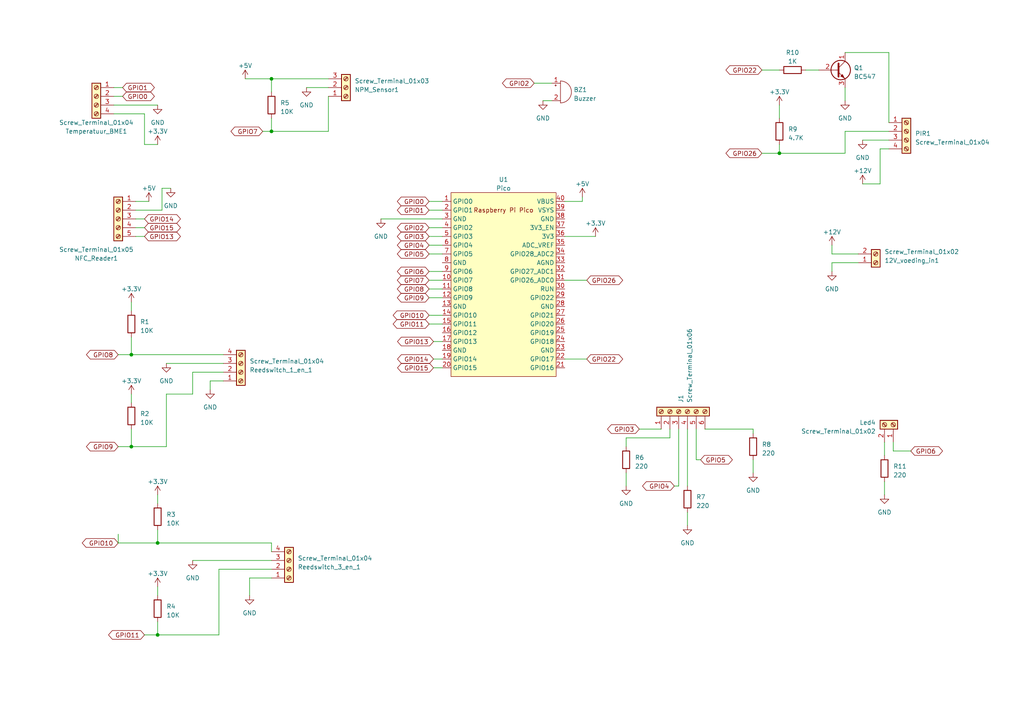
<source format=kicad_sch>
(kicad_sch (version 20230121) (generator eeschema)
  (paper "A4")
  (lib_symbols
    (symbol "Connector:Screw_Terminal_01x02" (pin_names (offset 1.016) hide)
      (property "Reference" "J" (at 0 2.54 0))
      (property "Value" "Screw_Terminal_01x02" (at 0 -5.08 0))
      (symbol "Screw_Terminal_01x02_1_1"
        (rectangle (start -1.27 1.27) (end 1.27 -3.81) (stroke (width 0.254)) (fill (type background)))
        (circle (center 0 -2.54) (radius 0.635) (stroke (width 0.1524)))
        (polyline (pts (xy -0.5334 -2.2098) (xy 0.3302 -3.048)) (stroke (width 0.1524)))
        (polyline (pts (xy -0.5334 0.3302) (xy 0.3302 -0.508)) (stroke (width 0.1524)))
        (polyline (pts (xy -0.3556 -2.032) (xy 0.508 -2.8702)) (stroke (width 0.1524)))
        (polyline (pts (xy -0.3556 0.508) (xy 0.508 -0.3302)) (stroke (width 0.1524)))
        (circle (center 0 0) (radius 0.635) (stroke (width 0.1524)))
        (pin passive line (at -5.08 0 0) (length 3.81) (name "Pin_1") (number "1"))
        (pin passive line (at -5.08 -2.54 0) (length 3.81) (name "Pin_2") (number "2"))
      )
    )
    (symbol "Connector:Screw_Terminal_01x03" (pin_names (offset 1.016) hide)
      (property "Reference" "J" (at 0 5.08 0))
      (property "Value" "Screw_Terminal_01x03" (at 0 -5.08 0))
      (symbol "Screw_Terminal_01x03_1_1"
        (rectangle (start -1.27 3.81) (end 1.27 -3.81) (stroke (width 0.254)) (fill (type background)))
        (circle (center 0 -2.54) (radius 0.635) (stroke (width 0.1524)))
        (polyline (pts (xy -0.5334 -2.2098) (xy 0.3302 -3.048)) (stroke (width 0.1524)))
        (polyline (pts (xy -0.5334 0.3302) (xy 0.3302 -0.508)) (stroke (width 0.1524)))
        (polyline (pts (xy -0.5334 2.8702) (xy 0.3302 2.032)) (stroke (width 0.1524)))
        (polyline (pts (xy -0.3556 -2.032) (xy 0.508 -2.8702)) (stroke (width 0.1524)))
        (polyline (pts (xy -0.3556 0.508) (xy 0.508 -0.3302)) (stroke (width 0.1524)))
        (polyline (pts (xy -0.3556 3.048) (xy 0.508 2.2098)) (stroke (width 0.1524)))
        (circle (center 0 0) (radius 0.635) (stroke (width 0.1524)))
        (circle (center 0 2.54) (radius 0.635) (stroke (width 0.1524)))
        (pin passive line (at -5.08 2.54 0) (length 3.81) (name "Pin_1") (number "1"))
        (pin passive line (at -5.08 0 0) (length 3.81) (name "Pin_2") (number "2"))
        (pin passive line (at -5.08 -2.54 0) (length 3.81) (name "Pin_3") (number "3"))
      )
    )
    (symbol "Connector:Screw_Terminal_01x04" (pin_names (offset 1.016) hide)
      (property "Reference" "J" (at 0 5.08 0))
      (property "Value" "Screw_Terminal_01x04" (at 0 -7.62 0))
      (symbol "Screw_Terminal_01x04_1_1"
        (rectangle (start -1.27 3.81) (end 1.27 -6.35) (stroke (width 0.254)) (fill (type background)))
        (circle (center 0 -5.08) (radius 0.635) (stroke (width 0.1524)))
        (circle (center 0 -2.54) (radius 0.635) (stroke (width 0.1524)))
        (polyline (pts (xy -0.5334 -4.7498) (xy 0.3302 -5.588)) (stroke (width 0.1524)))
        (polyline (pts (xy -0.5334 -2.2098) (xy 0.3302 -3.048)) (stroke (width 0.1524)))
        (polyline (pts (xy -0.5334 0.3302) (xy 0.3302 -0.508)) (stroke (width 0.1524)))
        (polyline (pts (xy -0.5334 2.8702) (xy 0.3302 2.032)) (stroke (width 0.1524)))
        (polyline (pts (xy -0.3556 -4.572) (xy 0.508 -5.4102)) (stroke (width 0.1524)))
        (polyline (pts (xy -0.3556 -2.032) (xy 0.508 -2.8702)) (stroke (width 0.1524)))
        (polyline (pts (xy -0.3556 0.508) (xy 0.508 -0.3302)) (stroke (width 0.1524)))
        (polyline (pts (xy -0.3556 3.048) (xy 0.508 2.2098)) (stroke (width 0.1524)))
        (circle (center 0 0) (radius 0.635) (stroke (width 0.1524)))
        (circle (center 0 2.54) (radius 0.635) (stroke (width 0.1524)))
        (pin passive line (at -5.08 2.54 0) (length 3.81) (name "Pin_1") (number "1"))
        (pin passive line (at -5.08 0 0) (length 3.81) (name "Pin_2") (number "2"))
        (pin passive line (at -5.08 -2.54 0) (length 3.81) (name "Pin_3") (number "3"))
        (pin passive line (at -5.08 -5.08 0) (length 3.81) (name "Pin_4") (number "4"))
      )
    )
    (symbol "Connector:Screw_Terminal_01x05" (pin_names (offset 1.016) hide)
      (property "Reference" "J" (at 0 7.62 0))
      (property "Value" "Screw_Terminal_01x05" (at 0 -7.62 0))
      (symbol "Screw_Terminal_01x05_1_1"
        (rectangle (start -1.27 6.35) (end 1.27 -6.35) (stroke (width 0.254)) (fill (type background)))
        (circle (center 0 -5.08) (radius 0.635) (stroke (width 0.1524)))
        (circle (center 0 -2.54) (radius 0.635) (stroke (width 0.1524)))
        (polyline (pts (xy -0.5334 -4.7498) (xy 0.3302 -5.588)) (stroke (width 0.1524)))
        (polyline (pts (xy -0.5334 -2.2098) (xy 0.3302 -3.048)) (stroke (width 0.1524)))
        (polyline (pts (xy -0.5334 0.3302) (xy 0.3302 -0.508)) (stroke (width 0.1524)))
        (polyline (pts (xy -0.5334 2.8702) (xy 0.3302 2.032)) (stroke (width 0.1524)))
        (polyline (pts (xy -0.5334 5.4102) (xy 0.3302 4.572)) (stroke (width 0.1524)))
        (polyline (pts (xy -0.3556 -4.572) (xy 0.508 -5.4102)) (stroke (width 0.1524)))
        (polyline (pts (xy -0.3556 -2.032) (xy 0.508 -2.8702)) (stroke (width 0.1524)))
        (polyline (pts (xy -0.3556 0.508) (xy 0.508 -0.3302)) (stroke (width 0.1524)))
        (polyline (pts (xy -0.3556 3.048) (xy 0.508 2.2098)) (stroke (width 0.1524)))
        (polyline (pts (xy -0.3556 5.588) (xy 0.508 4.7498)) (stroke (width 0.1524)))
        (circle (center 0 0) (radius 0.635) (stroke (width 0.1524)))
        (circle (center 0 2.54) (radius 0.635) (stroke (width 0.1524)))
        (circle (center 0 5.08) (radius 0.635) (stroke (width 0.1524)))
        (pin passive line (at -5.08 5.08 0) (length 3.81) (name "Pin_1") (number "1"))
        (pin passive line (at -5.08 2.54 0) (length 3.81) (name "Pin_2") (number "2"))
        (pin passive line (at -5.08 0 0) (length 3.81) (name "Pin_3") (number "3"))
        (pin passive line (at -5.08 -2.54 0) (length 3.81) (name "Pin_4") (number "4"))
        (pin passive line (at -5.08 -5.08 0) (length 3.81) (name "Pin_5") (number "5"))
      )
    )
    (symbol "Connector:Screw_Terminal_01x06" (pin_names (offset 1.016) hide)
      (property "Reference" "J" (at 0 7.62 0))
      (property "Value" "Screw_Terminal_01x06" (at 0 -10.16 0))
      (symbol "Screw_Terminal_01x06_1_1"
        (rectangle (start -1.27 6.35) (end 1.27 -8.89) (stroke (width 0.254)) (fill (type background)))
        (circle (center 0 -7.62) (radius 0.635) (stroke (width 0.1524)))
        (circle (center 0 -5.08) (radius 0.635) (stroke (width 0.1524)))
        (circle (center 0 -2.54) (radius 0.635) (stroke (width 0.1524)))
        (polyline (pts (xy -0.5334 -7.2898) (xy 0.3302 -8.128)) (stroke (width 0.1524)))
        (polyline (pts (xy -0.5334 -4.7498) (xy 0.3302 -5.588)) (stroke (width 0.1524)))
        (polyline (pts (xy -0.5334 -2.2098) (xy 0.3302 -3.048)) (stroke (width 0.1524)))
        (polyline (pts (xy -0.5334 0.3302) (xy 0.3302 -0.508)) (stroke (width 0.1524)))
        (polyline (pts (xy -0.5334 2.8702) (xy 0.3302 2.032)) (stroke (width 0.1524)))
        (polyline (pts (xy -0.5334 5.4102) (xy 0.3302 4.572)) (stroke (width 0.1524)))
        (polyline (pts (xy -0.3556 -7.112) (xy 0.508 -7.9502)) (stroke (width 0.1524)))
        (polyline (pts (xy -0.3556 -4.572) (xy 0.508 -5.4102)) (stroke (width 0.1524)))
        (polyline (pts (xy -0.3556 -2.032) (xy 0.508 -2.8702)) (stroke (width 0.1524)))
        (polyline (pts (xy -0.3556 0.508) (xy 0.508 -0.3302)) (stroke (width 0.1524)))
        (polyline (pts (xy -0.3556 3.048) (xy 0.508 2.2098)) (stroke (width 0.1524)))
        (polyline (pts (xy -0.3556 5.588) (xy 0.508 4.7498)) (stroke (width 0.1524)))
        (circle (center 0 0) (radius 0.635) (stroke (width 0.1524)))
        (circle (center 0 2.54) (radius 0.635) (stroke (width 0.1524)))
        (circle (center 0 5.08) (radius 0.635) (stroke (width 0.1524)))
        (pin passive line (at -5.08 5.08 0) (length 3.81) (name "Pin_1") (number "1"))
        (pin passive line (at -5.08 2.54 0) (length 3.81) (name "Pin_2") (number "2"))
        (pin passive line (at -5.08 0 0) (length 3.81) (name "Pin_3") (number "3"))
        (pin passive line (at -5.08 -2.54 0) (length 3.81) (name "Pin_4") (number "4"))
        (pin passive line (at -5.08 -5.08 0) (length 3.81) (name "Pin_5") (number "5"))
        (pin passive line (at -5.08 -7.62 0) (length 3.81) (name "Pin_6") (number "6"))
      )
    )
    (symbol "Device:Buzzer" (pin_names (offset 0.0254) hide)
      (property "Reference" "BZ" (at 3.81 1.27 0))
      (property "Value" "Buzzer" (at 3.81 -1.27 0))
      (symbol "Buzzer_0_1"
        (arc (start 0 -3.175) (mid 3.1612 0) (end 0 3.175))
        (polyline (pts (xy -1.651 1.905) (xy -1.143 1.905)))
        (polyline (pts (xy -1.397 2.159) (xy -1.397 1.651)))
        (polyline (pts (xy 0 3.175) (xy 0 -3.175)))
      )
      (symbol "Buzzer_1_1"
        (pin passive line (at -2.54 2.54 0) (length 2.54) (name "-") (number "1"))
        (pin passive line (at -2.54 -2.54 0) (length 2.54) (name "+") (number "2"))
      )
    )
    (symbol "Device:R" (pin_numbers hide) (pin_names (offset 0))
      (property "Reference" "R" (at 2.032 0 90))
      (property "Value" "R" (at 0 0 90))
      (symbol "R_0_1"
        (rectangle (start -1.016 -2.54) (end 1.016 2.54) (stroke (width 0.254)))
      )
      (symbol "R_1_1"
        (pin passive line (at 0 3.81 270) (length 1.27) (name "~") (number "1"))
        (pin passive line (at 0 -3.81 90) (length 1.27) (name "~") (number "2"))
      )
    )
    (symbol "MCU_RaspberryPi_and_Boards:Pico"
      (property "Reference" "U" (at -13.97 27.94 0))
      (property "Value" "Pico" (at 0 19.05 0))
      (symbol "Pico_0_0"
        (text "Raspberry Pi Pico" (at 0 21.59 0) (effects (font (size 1.27 1.27))))
      )
      (symbol "Pico_0_1"
        (rectangle (start -15.24 26.67) (end 15.24 -26.67) (fill (type background)))
      )
      (symbol "Pico_1_1"
        (pin bidirectional line (at -17.78 24.13 0) (length 2.54) (name "GPIO0") (number "1"))
        (pin bidirectional line (at -17.78 1.27 0) (length 2.54) (name "GPIO7") (number "10"))
        (pin bidirectional line (at -17.78 -1.27 0) (length 2.54) (name "GPIO8") (number "11"))
        (pin bidirectional line (at -17.78 -3.81 0) (length 2.54) (name "GPIO9") (number "12"))
        (pin power_in line (at -17.78 -6.35 0) (length 2.54) (name "GND") (number "13"))
        (pin bidirectional line (at -17.78 -8.89 0) (length 2.54) (name "GPIO10") (number "14"))
        (pin bidirectional line (at -17.78 -11.43 0) (length 2.54) (name "GPIO11") (number "15"))
        (pin bidirectional line (at -17.78 -13.97 0) (length 2.54) (name "GPIO12") (number "16"))
        (pin bidirectional line (at -17.78 -16.51 0) (length 2.54) (name "GPIO13") (number "17"))
        (pin power_in line (at -17.78 -19.05 0) (length 2.54) (name "GND") (number "18"))
        (pin bidirectional line (at -17.78 -21.59 0) (length 2.54) (name "GPIO14") (number "19"))
        (pin bidirectional line (at -17.78 21.59 0) (length 2.54) (name "GPIO1") (number "2"))
        (pin bidirectional line (at -17.78 -24.13 0) (length 2.54) (name "GPIO15") (number "20"))
        (pin bidirectional line (at 17.78 -24.13 180) (length 2.54) (name "GPIO16") (number "21"))
        (pin bidirectional line (at 17.78 -21.59 180) (length 2.54) (name "GPIO17") (number "22"))
        (pin power_in line (at 17.78 -19.05 180) (length 2.54) (name "GND") (number "23"))
        (pin bidirectional line (at 17.78 -16.51 180) (length 2.54) (name "GPIO18") (number "24"))
        (pin bidirectional line (at 17.78 -13.97 180) (length 2.54) (name "GPIO19") (number "25"))
        (pin bidirectional line (at 17.78 -11.43 180) (length 2.54) (name "GPIO20") (number "26"))
        (pin bidirectional line (at 17.78 -8.89 180) (length 2.54) (name "GPIO21") (number "27"))
        (pin power_in line (at 17.78 -6.35 180) (length 2.54) (name "GND") (number "28"))
        (pin bidirectional line (at 17.78 -3.81 180) (length 2.54) (name "GPIO22") (number "29"))
        (pin bidirectional line (at -17.78 19.05 0) (length 2.54) (name "GND") (number "3"))
        (pin input line (at 17.78 -1.27 180) (length 2.54) (name "RUN") (number "30"))
        (pin bidirectional line (at 17.78 1.27 180) (length 2.54) (name "GPIO26_ADC0") (number "31"))
        (pin bidirectional line (at 17.78 3.81 180) (length 2.54) (name "GPIO27_ADC1") (number "32"))
        (pin power_in line (at 17.78 6.35 180) (length 2.54) (name "AGND") (number "33"))
        (pin bidirectional line (at 17.78 8.89 180) (length 2.54) (name "GPIO28_ADC2") (number "34"))
        (pin power_in line (at 17.78 11.43 180) (length 2.54) (name "ADC_VREF") (number "35"))
        (pin power_in line (at 17.78 13.97 180) (length 2.54) (name "3V3") (number "36"))
        (pin input line (at 17.78 16.51 180) (length 2.54) (name "3V3_EN") (number "37"))
        (pin bidirectional line (at 17.78 19.05 180) (length 2.54) (name "GND") (number "38"))
        (pin power_in line (at 17.78 21.59 180) (length 2.54) (name "VSYS") (number "39"))
        (pin bidirectional line (at -17.78 16.51 0) (length 2.54) (name "GPIO2") (number "4"))
        (pin power_in line (at 17.78 24.13 180) (length 2.54) (name "VBUS") (number "40"))
        (pin bidirectional line (at -17.78 13.97 0) (length 2.54) (name "GPIO3") (number "5"))
        (pin bidirectional line (at -17.78 11.43 0) (length 2.54) (name "GPIO4") (number "6"))
        (pin bidirectional line (at -17.78 8.89 0) (length 2.54) (name "GPIO5") (number "7"))
        (pin power_in line (at -17.78 6.35 0) (length 2.54) (name "GND") (number "8"))
        (pin bidirectional line (at -17.78 3.81 0) (length 2.54) (name "GPIO6") (number "9"))
      )
    )
    (symbol "Transistor_BJT:BC547" (pin_names (offset 0) hide)
      (property "Reference" "Q" (at 5.08 1.905 0))
      (property "Value" "BC547" (at 5.08 0 0))
      (symbol "BC547_0_1"
        (polyline (pts (xy 0 0) (xy 0.635 0)))
        (polyline (pts (xy 0.635 0.635) (xy 2.54 2.54)))
        (polyline (pts (xy 0.635 -0.635) (xy 2.54 -2.54) (xy 2.54 -2.54)))
        (polyline (pts (xy 0.635 1.905) (xy 0.635 -1.905) (xy 0.635 -1.905)) (stroke (width 0.508)))
        (polyline (pts (xy 1.27 -1.778) (xy 1.778 -1.27) (xy 2.286 -2.286) (xy 1.27 -1.778) (xy 1.27 -1.778)) (fill (type outline)))
        (circle (center 1.27 0) (radius 2.8194) (stroke (width 0.254)))
      )
      (symbol "BC547_1_1"
        (pin passive line (at 2.54 5.08 270) (length 2.54) (name "C") (number "1"))
        (pin input line (at -5.08 0 0) (length 5.08) (name "B") (number "2"))
        (pin passive line (at 2.54 -5.08 90) (length 2.54) (name "E") (number "3"))
      )
    )
    (symbol "power:+12V" (power) (pin_names (offset 0))
      (property "Value" "+12V" (at 0 3.556 0))
      (symbol "+12V_0_1"
        (polyline (pts (xy -0.762 1.27) (xy 0 2.54)))
        (polyline (pts (xy 0 0) (xy 0 2.54)))
        (polyline (pts (xy 0 2.54) (xy 0.762 1.27)))
      )
      (symbol "+12V_1_1"
        (pin power_in line (at 0 0 90) (length 0) hide (name "+12V") (number "1"))
      )
    )
    (symbol "power:+3.3V" (power) (pin_names (offset 0))
      (property "Value" "+3.3V" (at 0 3.556 0))
      (symbol "+3.3V_0_1"
        (polyline (pts (xy -0.762 1.27) (xy 0 2.54)))
        (polyline (pts (xy 0 0) (xy 0 2.54)))
        (polyline (pts (xy 0 2.54) (xy 0.762 1.27)))
      )
      (symbol "+3.3V_1_1"
        (pin power_in line (at 0 0 90) (length 0) hide (name "+3.3V") (number "1"))
      )
    )
    (symbol "power:+5V" (power) (pin_names (offset 0))
      (property "Value" "+5V" (at 0 3.556 0))
      (symbol "+5V_0_1"
        (polyline (pts (xy -0.762 1.27) (xy 0 2.54)))
        (polyline (pts (xy 0 0) (xy 0 2.54)))
        (polyline (pts (xy 0 2.54) (xy 0.762 1.27)))
      )
      (symbol "+5V_1_1"
        (pin power_in line (at 0 0 90) (length 0) hide (name "+5V") (number "1"))
      )
    )
    (symbol "power:GND" (power) (pin_names (offset 0))
      (property "Value" "GND" (at 0 -3.81 0))
      (symbol "GND_0_1"
        (polyline (pts (xy 0 0) (xy 0 -1.27) (xy 1.27 -1.27) (xy 0 -2.54) (xy -1.27 -1.27) (xy 0 -1.27)))
      )
      (symbol "GND_1_1"
        (pin power_in line (at 0 0 270) (length 0) hide (name "GND") (number "1"))
      )
    )
  )
  (junction (at 38.1 129.54))
  (junction (at 78.74 38.1))
  (junction (at 78.74 22.86))
  (junction (at 45.72 184.15))
  (junction (at 226.06 44.45))
  (junction (at 45.72 157.48))
  (junction (at 38.1 102.87))
  (wire (pts (xy 124.46 58.42) (xy 128.27 58.42)))
  (wire (pts (xy 163.83 58.42) (xy 168.91 58.42)))
  (wire (pts (xy 125.73 106.68) (xy 128.27 106.68)))
  (wire (pts (xy 257.81 15.24) (xy 257.81 35.56)))
  (wire (pts (xy 45.72 143.51) (xy 45.72 146.05)))
  (wire (pts (xy 241.3 73.66) (xy 248.92 73.66)))
  (wire (pts (xy 124.46 60.96) (xy 128.27 60.96)))
  (wire (pts (xy 39.37 58.42) (xy 43.18 58.42)))
  (wire (pts (xy 48.26 105.41) (xy 64.77 105.41)))
  (wire (pts (xy 45.72 153.67) (xy 45.72 157.48)))
  (wire (pts (xy 163.83 68.58) (xy 172.72 68.58)))
  (wire (pts (xy 45.72 157.48) (xy 78.74 157.48)))
  (wire (pts (xy 245.11 44.45) (xy 226.06 44.45)))
  (wire (pts (xy 256.54 139.7) (xy 256.54 143.51)))
  (wire (pts (xy 39.37 63.5) (xy 41.91 63.5)))
  (wire (pts (xy 250.19 53.34) (xy 255.27 53.34)))
  (wire (pts (xy 38.1 102.87) (xy 64.77 102.87)))
  (wire (pts (xy 55.88 107.95) (xy 64.77 107.95)))
  (wire (pts (xy 46.99 54.61) (xy 49.53 54.61)))
  (wire (pts (xy 259.08 130.81) (xy 264.16 130.81)))
  (wire (pts (xy 33.02 30.48) (xy 45.72 30.48)))
  (wire (pts (xy 71.12 22.86) (xy 78.74 22.86)))
  (wire (pts (xy 194.31 124.46) (xy 194.31 127)))
  (wire (pts (xy 60.96 110.49) (xy 60.96 113.03)))
  (wire (pts (xy 34.29 129.54) (xy 38.1 129.54)))
  (wire (pts (xy 245.11 38.1) (xy 257.81 38.1)))
  (wire (pts (xy 33.02 27.94) (xy 35.56 27.94)))
  (wire (pts (xy 181.61 137.16) (xy 181.61 140.97)))
  (wire (pts (xy 255.27 53.34) (xy 255.27 43.18)))
  (wire (pts (xy 48.26 129.54) (xy 48.26 114.3)))
  (wire (pts (xy 78.74 22.86) (xy 95.25 22.86)))
  (wire (pts (xy 125.73 99.06) (xy 128.27 99.06)))
  (wire (pts (xy 110.49 63.5) (xy 128.27 63.5)))
  (wire (pts (xy 124.46 93.98) (xy 128.27 93.98)))
  (wire (pts (xy 199.39 124.46) (xy 199.39 140.97)))
  (wire (pts (xy 124.46 68.58) (xy 128.27 68.58)))
  (wire (pts (xy 220.98 44.45) (xy 226.06 44.45)))
  (wire (pts (xy 195.58 140.97) (xy 196.85 140.97)))
  (wire (pts (xy 46.99 60.96) (xy 46.99 54.61)))
  (wire (pts (xy 233.68 20.32) (xy 237.49 20.32)))
  (wire (pts (xy 60.96 110.49) (xy 64.77 110.49)))
  (wire (pts (xy 241.3 76.2) (xy 248.92 76.2)))
  (wire (pts (xy 39.37 66.04) (xy 41.91 66.04)))
  (wire (pts (xy 185.42 124.46) (xy 191.77 124.46)))
  (wire (pts (xy 199.39 148.59) (xy 199.39 152.4)))
  (wire (pts (xy 88.9 25.4) (xy 95.25 25.4)))
  (wire (pts (xy 41.91 184.15) (xy 45.72 184.15)))
  (wire (pts (xy 220.98 20.32) (xy 226.06 20.32)))
  (wire (pts (xy 226.06 30.48) (xy 226.06 34.29)))
  (wire (pts (xy 63.5 184.15) (xy 63.5 165.1)))
  (wire (pts (xy 245.11 44.45) (xy 245.11 38.1)))
  (wire (pts (xy 256.54 128.27) (xy 256.54 132.08)))
  (wire (pts (xy 226.06 41.91) (xy 226.06 44.45)))
  (wire (pts (xy 157.48 29.21) (xy 160.02 29.21)))
  (wire (pts (xy 245.11 15.24) (xy 257.81 15.24)))
  (wire (pts (xy 34.29 157.48) (xy 45.72 157.48)))
  (wire (pts (xy 168.91 57.15) (xy 168.91 58.42)))
  (wire (pts (xy 39.37 68.58) (xy 41.91 68.58)))
  (wire (pts (xy 124.46 71.12) (xy 128.27 71.12)))
  (wire (pts (xy 78.74 26.67) (xy 78.74 22.86)))
  (wire (pts (xy 163.83 81.28) (xy 170.18 81.28)))
  (wire (pts (xy 45.72 184.15) (xy 63.5 184.15)))
  (wire (pts (xy 154.94 24.13) (xy 160.02 24.13)))
  (wire (pts (xy 218.44 124.46) (xy 218.44 125.73)))
  (wire (pts (xy 78.74 38.1) (xy 78.74 34.29)))
  (wire (pts (xy 38.1 87.63) (xy 38.1 90.17)))
  (wire (pts (xy 204.47 124.46) (xy 218.44 124.46)))
  (wire (pts (xy 48.26 114.3) (xy 55.88 114.3)))
  (wire (pts (xy 38.1 97.79) (xy 38.1 102.87)))
  (wire (pts (xy 124.46 81.28) (xy 128.27 81.28)))
  (wire (pts (xy 255.27 43.18) (xy 257.81 43.18)))
  (wire (pts (xy 41.91 41.91) (xy 45.72 41.91)))
  (wire (pts (xy 201.93 133.35) (xy 203.2 133.35)))
  (wire (pts (xy 163.83 104.14) (xy 170.18 104.14)))
  (wire (pts (xy 38.1 114.3) (xy 38.1 116.84)))
  (wire (pts (xy 39.37 60.96) (xy 46.99 60.96)))
  (wire (pts (xy 124.46 73.66) (xy 128.27 73.66)))
  (wire (pts (xy 259.08 128.27) (xy 259.08 130.81)))
  (wire (pts (xy 45.72 180.34) (xy 45.72 184.15)))
  (wire (pts (xy 78.74 38.1) (xy 95.25 38.1)))
  (wire (pts (xy 55.88 162.56) (xy 78.74 162.56)))
  (wire (pts (xy 124.46 91.44) (xy 128.27 91.44)))
  (wire (pts (xy 34.29 157.48) (xy 34.29 154.94)))
  (wire (pts (xy 38.1 124.46) (xy 38.1 129.54)))
  (wire (pts (xy 95.25 38.1) (xy 95.25 27.94)))
  (wire (pts (xy 241.3 78.74) (xy 241.3 76.2)))
  (wire (pts (xy 250.19 40.64) (xy 257.81 40.64)))
  (wire (pts (xy 181.61 127) (xy 194.31 127)))
  (wire (pts (xy 125.73 104.14) (xy 128.27 104.14)))
  (wire (pts (xy 241.3 71.12) (xy 241.3 73.66)))
  (wire (pts (xy 78.74 157.48) (xy 78.74 160.02)))
  (wire (pts (xy 201.93 124.46) (xy 201.93 133.35)))
  (wire (pts (xy 124.46 66.04) (xy 128.27 66.04)))
  (wire (pts (xy 218.44 133.35) (xy 218.44 137.16)))
  (wire (pts (xy 76.2 38.1) (xy 78.74 38.1)))
  (wire (pts (xy 45.72 170.18) (xy 45.72 172.72)))
  (wire (pts (xy 38.1 129.54) (xy 48.26 129.54)))
  (wire (pts (xy 124.46 86.36) (xy 128.27 86.36)))
  (wire (pts (xy 34.29 102.87) (xy 38.1 102.87)))
  (wire (pts (xy 63.5 165.1) (xy 78.74 165.1)))
  (wire (pts (xy 245.11 25.4) (xy 245.11 29.21)))
  (wire (pts (xy 72.39 172.72) (xy 72.39 167.64)))
  (wire (pts (xy 181.61 129.54) (xy 181.61 127)))
  (wire (pts (xy 196.85 140.97) (xy 196.85 124.46)))
  (wire (pts (xy 41.91 33.02) (xy 41.91 41.91)))
  (wire (pts (xy 124.46 83.82) (xy 128.27 83.82)))
  (wire (pts (xy 124.46 78.74) (xy 128.27 78.74)))
  (wire (pts (xy 72.39 167.64) (xy 78.74 167.64)))
  (wire (pts (xy 55.88 107.95) (xy 55.88 114.3)))
  (wire (pts (xy 33.02 25.4) (xy 35.56 25.4)))
  (wire (pts (xy 33.02 33.02) (xy 41.91 33.02)))
  (global_label "GPIO15" (shape bidirectional) (at 125.73 106.68 180) (property "Intersheetrefs" "${INTERSHEET_REFS}" (effects hide)))
  (global_label "GPIO4" (shape bidirectional) (at 195.58 140.97 180) (property "Intersheetrefs" "${INTERSHEET_REFS}" (effects hide)))
  (global_label "GPIO0" (shape bidirectional) (at 124.46 58.42 180) (property "Intersheetrefs" "${INTERSHEET_REFS}" (effects hide)))
  (global_label "GPIO10" (shape bidirectional) (at 124.46 91.44 180) (property "Intersheetrefs" "${INTERSHEET_REFS}" (effects hide)))
  (global_label "GPIO1" (shape bidirectional) (at 35.56 25.4 0) (property "Intersheetrefs" "${INTERSHEET_REFS}" (effects hide)))
  (global_label "GPIO7" (shape bidirectional) (at 124.46 81.28 180) (property "Intersheetrefs" "${INTERSHEET_REFS}" (effects hide)))
  (global_label "GPIO5" (shape bidirectional) (at 203.2 133.35 0) (property "Intersheetrefs" "${INTERSHEET_REFS}" (effects hide)))
  (global_label "GPIO22" (shape bidirectional) (at 220.98 20.32 180) (property "Intersheetrefs" "${INTERSHEET_REFS}" (effects hide)))
  (global_label "GPIO22" (shape bidirectional) (at 170.18 104.14 0) (property "Intersheetrefs" "${INTERSHEET_REFS}" (effects hide)))
  (global_label "GPIO8" (shape bidirectional) (at 34.29 102.87 180) (property "Intersheetrefs" "${INTERSHEET_REFS}" (effects hide)))
  (global_label "GPIO9" (shape bidirectional) (at 124.46 86.36 180) (property "Intersheetrefs" "${INTERSHEET_REFS}" (effects hide)))
  (global_label "GPIO26" (shape bidirectional) (at 220.98 44.45 180) (property "Intersheetrefs" "${INTERSHEET_REFS}" (effects hide)))
  (global_label "GPIO7" (shape bidirectional) (at 76.2 38.1 180) (property "Intersheetrefs" "${INTERSHEET_REFS}" (effects hide)))
  (global_label "GPIO3" (shape bidirectional) (at 185.42 124.46 180) (property "Intersheetrefs" "${INTERSHEET_REFS}" (effects hide)))
  (global_label "GPIO6" (shape bidirectional) (at 124.46 78.74 180) (property "Intersheetrefs" "${INTERSHEET_REFS}" (effects hide)))
  (global_label "GPIO10" (shape bidirectional) (at 34.29 157.48 180) (property "Intersheetrefs" "${INTERSHEET_REFS}" (effects hide)))
  (global_label "GPIO3" (shape bidirectional) (at 124.46 68.58 180) (property "Intersheetrefs" "${INTERSHEET_REFS}" (effects hide)))
  (global_label "GPIO13" (shape bidirectional) (at 125.73 99.06 180) (property "Intersheetrefs" "${INTERSHEET_REFS}" (effects hide)))
  (global_label "GPIO26" (shape bidirectional) (at 170.18 81.28 0) (property "Intersheetrefs" "${INTERSHEET_REFS}" (effects hide)))
  (global_label "GPIO2" (shape bidirectional) (at 124.46 66.04 180) (property "Intersheetrefs" "${INTERSHEET_REFS}" (effects hide)))
  (global_label "GPIO13" (shape bidirectional) (at 41.91 68.58 0) (property "Intersheetrefs" "${INTERSHEET_REFS}" (effects hide)))
  (global_label "GPIO8" (shape bidirectional) (at 124.46 83.82 180) (property "Intersheetrefs" "${INTERSHEET_REFS}" (effects hide)))
  (global_label "GPIO14" (shape bidirectional) (at 125.73 104.14 180) (property "Intersheetrefs" "${INTERSHEET_REFS}" (effects hide)))
  (global_label "GPIO9" (shape bidirectional) (at 34.29 129.54 180) (property "Intersheetrefs" "${INTERSHEET_REFS}" (effects hide)))
  (global_label "GPIO14" (shape bidirectional) (at 41.91 63.5 0) (property "Intersheetrefs" "${INTERSHEET_REFS}" (effects hide)))
  (global_label "GPIO11" (shape bidirectional) (at 41.91 184.15 180) (property "Intersheetrefs" "${INTERSHEET_REFS}" (effects hide)))
  (global_label "GPIO2" (shape bidirectional) (at 154.94 24.13 180) (property "Intersheetrefs" "${INTERSHEET_REFS}" (effects hide)))
  (global_label "GPIO15" (shape bidirectional) (at 41.91 66.04 0) (property "Intersheetrefs" "${INTERSHEET_REFS}" (effects hide)))
  (global_label "GPIO4" (shape bidirectional) (at 124.46 71.12 180) (property "Intersheetrefs" "${INTERSHEET_REFS}" (effects hide)))
  (global_label "GPIO6" (shape bidirectional) (at 264.16 130.81 0) (property "Intersheetrefs" "${INTERSHEET_REFS}" (effects hide)))
  (global_label "GPIO11" (shape bidirectional) (at 124.46 93.98 180) (property "Intersheetrefs" "${INTERSHEET_REFS}" (effects hide)))
  (global_label "GPIO1" (shape bidirectional) (at 124.46 60.96 180) (property "Intersheetrefs" "${INTERSHEET_REFS}" (effects hide)))
  (global_label "GPIO0" (shape bidirectional) (at 35.56 27.94 0) (property "Intersheetrefs" "${INTERSHEET_REFS}" (effects hide)))
  (global_label "GPIO5" (shape bidirectional) (at 124.46 73.66 180) (property "Intersheetrefs" "${INTERSHEET_REFS}" (effects hide)))
  (symbol (lib_id "power:GND") (at 181.61 140.97 0) (unit 1)
    (property "Reference" "#PWR017" (effects hide))
    (property "Value" "GND" (at 181.61 146.05 0))
  )
  (symbol (lib_id "Device:R") (at 229.87 20.32 90) (unit 1)
    (property "Reference" "R10" (at 229.87 15.24 90))
    (property "Value" "1K" (at 229.87 17.78 90))
    (property "Footprint" "Resistor_THT:R_Axial_DIN0207_L6.3mm_D2.5mm_P15.24mm_Horizontal" (effects hide))
  )
  (symbol (lib_id "power:+12V") (at 241.3 71.12 0) (unit 1)
    (property "Reference" "#PWR024" (effects hide))
    (property "Value" "+12V" (at 241.3 67.31 0))
  )
  (symbol (lib_id "power:+5V") (at 168.91 57.15 0) (unit 1)
    (property "Reference" "#PWR018" (effects hide))
    (property "Value" "+5V" (at 168.91 53.34 0))
  )
  (symbol (lib_id "Device:R") (at 45.72 176.53 0) (unit 1)
    (property "Reference" "R4" (at 48.26 175.895 0) (effects (justify left)))
    (property "Value" "10K" (at 48.26 178.435 0) (effects (justify left)))
    (property "Footprint" "Resistor_THT:R_Axial_DIN0207_L6.3mm_D2.5mm_P15.24mm_Horizontal" (effects hide))
  )
  (symbol (lib_id "power:GND") (at 245.11 29.21 0) (unit 1)
    (property "Reference" "#PWR023" (effects hide))
    (property "Value" "GND" (at 245.11 34.29 0))
  )
  (symbol (lib_id "Device:R") (at 181.61 133.35 0) (unit 1)
    (property "Reference" "R6" (at 184.15 132.715 0) (effects (justify left)))
    (property "Value" "220" (at 184.15 135.255 0) (effects (justify left)))
    (property "Footprint" "Resistor_THT:R_Axial_DIN0207_L6.3mm_D2.5mm_P15.24mm_Horizontal" (effects hide))
  )
  (symbol (lib_id "Device:R") (at 218.44 129.54 0) (unit 1)
    (property "Reference" "R8" (at 220.98 128.905 0) (effects (justify left)))
    (property "Value" "220" (at 220.98 131.445 0) (effects (justify left)))
    (property "Footprint" "Resistor_THT:R_Axial_DIN0207_L6.3mm_D2.5mm_P15.24mm_Horizontal" (effects hide))
  )
  (symbol (lib_id "power:GND") (at 110.49 63.5 0) (unit 1)
    (property "Reference" "#PWR015" (effects hide))
    (property "Value" "GND" (at 110.49 68.58 0))
  )
  (symbol (lib_id "power:+3.3V") (at 45.72 41.91 0) (unit 1)
    (property "Reference" "#PWR01" (effects hide))
    (property "Value" "+3.3V" (at 45.72 38.1 0))
  )
  (symbol (lib_id "power:+3.3V") (at 45.72 170.18 0) (unit 1)
    (property "Reference" "#PWR05" (effects hide))
    (property "Value" "+3.3V" (at 45.72 166.37 0))
  )
  (symbol (lib_id "power:GND") (at 241.3 78.74 0) (unit 1)
    (property "Reference" "#PWR025" (effects hide))
    (property "Value" "GND" (at 241.3 83.82 0))
  )
  (symbol (lib_id "power:GND") (at 88.9 25.4 0) (unit 1)
    (property "Reference" "#PWR014" (effects hide))
    (property "Value" "GND" (at 88.9 30.48 0))
  )
  (symbol (lib_id "power:GND") (at 157.48 29.21 0) (unit 1)
    (property "Reference" "#PWR016" (effects hide))
    (property "Value" "GND" (at 157.48 34.29 0))
  )
  (symbol (lib_id "power:+3.3V") (at 45.72 143.51 0) (unit 1)
    (property "Reference" "#PWR04" (effects hide))
    (property "Value" "+3.3V" (at 45.72 139.7 0))
  )
  (symbol (lib_id "Device:R") (at 38.1 93.98 0) (unit 1)
    (property "Reference" "R1" (at 40.64 93.345 0) (effects (justify left)))
    (property "Value" "10K" (at 40.64 95.885 0) (effects (justify left)))
    (property "Footprint" "Resistor_THT:R_Axial_DIN0207_L6.3mm_D2.5mm_P15.24mm_Horizontal" (effects hide))
  )
  (symbol (lib_id "power:+5V") (at 71.12 22.86 0) (unit 1)
    (property "Reference" "#PWR012" (effects hide))
    (property "Value" "+5V" (at 71.12 19.05 0))
  )
  (symbol (lib_id "power:+3.3V") (at 226.06 30.48 0) (unit 1)
    (property "Reference" "#PWR022" (effects hide))
    (property "Value" "+3.3V" (at 226.06 26.67 0))
  )
  (symbol (lib_id "Device:R") (at 256.54 135.89 0) (unit 1)
    (property "Reference" "R11" (at 259.08 135.255 0) (effects (justify left)))
    (property "Value" "220" (at 259.08 137.795 0) (effects (justify left)))
    (property "Footprint" "Resistor_THT:R_Axial_DIN0207_L6.3mm_D2.5mm_P15.24mm_Horizontal" (effects hide))
  )
  (symbol (lib_id "Transistor_BJT:BC547") (at 242.57 20.32 0) (unit 1)
    (property "Reference" "Q1" (at 247.65 19.685 0) (effects (justify left)))
    (property "Value" "BC547" (at 247.65 22.225 0) (effects (justify left)))
    (property "Footprint" "Package_TO_SOT_THT:TO-92_Inline_Wide" (effects hide))
    (property "Datasheet" "https://www.onsemi.com/pub/Collateral/BC550-D.pdf" (effects hide))
  )
  (symbol (lib_id "power:GND") (at 218.44 137.16 0) (unit 1)
    (property "Reference" "#PWR021" (effects hide))
    (property "Value" "GND" (at 218.44 142.24 0))
  )
  (symbol (lib_id "Device:Buzzer") (at 162.56 26.67 0) (unit 1)
    (property "Reference" "BZ1" (at 166.37 26.035 0) (effects (justify left)))
    (property "Value" "Buzzer" (at 166.37 28.575 0) (effects (justify left)))
    (property "Footprint" "Custom_footprint_Library:Buzzer_12x9.5RM6.6_custom" (effects hide))
  )
  (symbol (lib_id "MCU_RaspberryPi_and_Boards:Pico") (at 146.05 82.55 0) (unit 1)
    (property "Reference" "U1" (at 146.05 52.07 0))
    (property "Value" "Pico" (at 146.05 54.61 0))
    (property "Footprint" "MCU_RaspberryPi_and_Boards:W5100S-EVB-Pico" (effects hide))
  )
  (symbol (lib_id "power:+3.3V") (at 172.72 68.58 0) (unit 1)
    (property "Reference" "#PWR019" (effects hide))
    (property "Value" "+3.3V" (at 172.72 64.77 0))
  )
  (symbol (lib_id "Device:R") (at 78.74 30.48 0) (unit 1)
    (property "Reference" "R5" (at 81.28 29.845 0) (effects (justify left)))
    (property "Value" "10K" (at 81.28 32.385 0) (effects (justify left)))
    (property "Footprint" "Resistor_THT:R_Axial_DIN0207_L6.3mm_D2.5mm_P15.24mm_Horizontal" (effects hide))
  )
  (symbol (lib_id "power:GND") (at 45.72 30.48 0) (unit 1)
    (property "Reference" "#PWR07" (effects hide))
    (property "Value" "GND" (at 45.72 35.56 0))
  )
  (symbol (lib_id "Device:R") (at 226.06 38.1 0) (unit 1)
    (property "Reference" "R9" (at 228.6 37.465 0) (effects (justify left)))
    (property "Value" "4.7K" (at 228.6 40.005 0) (effects (justify left)))
    (property "Footprint" "Resistor_THT:R_Axial_DIN0207_L6.3mm_D2.5mm_P15.24mm_Horizontal" (effects hide))
  )
  (symbol (lib_id "power:GND") (at 199.39 152.4 0) (unit 1)
    (property "Reference" "#PWR020" (effects hide))
    (property "Value" "GND" (at 199.39 157.48 0))
  )
  (symbol (lib_id "Connector:Screw_Terminal_01x04") (at 83.82 165.1 0) (mirror x) (unit 1)
    (property "Reference" "Reedswitch_3_en_1" (at 86.36 164.465 0) (effects (justify left)))
    (property "Value" "Screw_Terminal_01x04" (at 86.36 161.925 0) (effects (justify left)))
    (property "Footprint" "TerminalBlock_MetzConnect:TerminalBlock_MetzConnect_Type094_RT03504HBLU_1x04_P5.00mm_Horizontal" (effects hide))
  )
  (symbol (lib_id "power:GND") (at 60.96 113.03 0) (unit 1)
    (property "Reference" "#PWR011" (effects hide))
    (property "Value" "GND" (at 60.96 118.11 0))
  )
  (symbol (lib_id "power:GND") (at 256.54 143.51 0) (unit 1)
    (property "Reference" "#PWR027" (effects hide))
    (property "Value" "GND" (at 256.54 148.59 0))
  )
  (symbol (lib_id "power:+3.3V") (at 38.1 87.63 0) (unit 1)
    (property "Reference" "#PWR02" (effects hide))
    (property "Value" "+3.3V" (at 38.1 83.82 0))
  )
  (symbol (lib_id "power:+3.3V") (at 38.1 114.3 0) (unit 1)
    (property "Reference" "#PWR03" (effects hide))
    (property "Value" "+3.3V" (at 38.1 110.49 0))
  )
  (symbol (lib_id "power:+5V") (at 43.18 58.42 0) (unit 1)
    (property "Reference" "#PWR06" (effects hide))
    (property "Value" "+5V" (at 43.18 54.61 0))
  )
  (symbol (lib_id "Connector:Screw_Terminal_01x03") (at 100.33 25.4 0) (mirror x) (unit 1)
    (property "Reference" "NPM_Sensor1" (at 102.87 26.035 0) (effects (justify left)))
    (property "Value" "Screw_Terminal_01x03" (at 102.87 23.495 0) (effects (justify left)))
    (property "Footprint" "TerminalBlock_MetzConnect:TerminalBlock_MetzConnect_Type094_RT03503HBLU_1x03_P5.00mm_Horizontal" (effects hide))
  )
  (symbol (lib_id "Connector:Screw_Terminal_01x02") (at 254 76.2 0) (mirror x) (unit 1)
    (property "Reference" "12V_voeding_in1" (at 256.54 75.565 0) (effects (justify left)))
    (property "Value" "Screw_Terminal_01x02" (at 256.54 73.025 0) (effects (justify left)))
    (property "Footprint" "TerminalBlock_MetzConnect:TerminalBlock_MetzConnect_Type094_RT03502HBLU_1x02_P5.00mm_Horizontal" (effects hide))
  )
  (symbol (lib_id "Connector:Screw_Terminal_01x05") (at 34.29 63.5 0) (mirror y) (unit 1)
    (property "Reference" "NFC_Reader1" (at 27.94 74.93 0))
    (property "Value" "Screw_Terminal_01x05" (at 27.94 72.39 0))
    (property "Footprint" "TerminalBlock_MetzConnect:TerminalBlock_MetzConnect_Type094_RT03505HBLU_1x05_P5.00mm_Horizontal" (effects hide))
  )
  (symbol (lib_id "power:GND") (at 48.26 105.41 0) (unit 1)
    (property "Reference" "#PWR08" (effects hide))
    (property "Value" "GND" (at 48.26 110.49 0))
  )
  (symbol (lib_id "Device:R") (at 45.72 149.86 0) (unit 1)
    (property "Reference" "R3" (at 48.26 149.225 0) (effects (justify left)))
    (property "Value" "10K" (at 48.26 151.765 0) (effects (justify left)))
    (property "Footprint" "Resistor_THT:R_Axial_DIN0207_L6.3mm_D2.5mm_P15.24mm_Horizontal" (effects hide))
  )
  (symbol (lib_id "Connector:Screw_Terminal_01x04") (at 262.89 38.1 0) (unit 1)
    (property "Reference" "PIR1" (at 265.43 38.735 0) (effects (justify left)))
    (property "Value" "Screw_Terminal_01x04" (at 265.43 41.275 0) (effects (justify left)))
    (property "Footprint" "TerminalBlock_MetzConnect:TerminalBlock_MetzConnect_Type094_RT03504HBLU_1x04_P5.00mm_Horizontal" (effects hide))
  )
  (symbol (lib_id "Connector:Screw_Terminal_01x06") (at 196.85 119.38 90) (unit 1)
    (property "Reference" "J1" (at 197.485 116.84 0) (effects (justify left)))
    (property "Value" "Screw_Terminal_01x06" (at 200.025 116.84 0) (effects (justify left)))
    (property "Footprint" "TerminalBlock_MetzConnect:TerminalBlock_MetzConnect_Type094_RT03506HBLU_1x06_P5.00mm_Horizontal" (effects hide))
  )
  (symbol (lib_id "power:GND") (at 250.19 40.64 0) (unit 1)
    (property "Reference" "#PWR026" (effects hide))
    (property "Value" "GND" (at 250.19 45.72 0))
  )
  (symbol (lib_id "Device:R") (at 38.1 120.65 0) (unit 1)
    (property "Reference" "R2" (at 40.64 120.015 0) (effects (justify left)))
    (property "Value" "10K" (at 40.64 122.555 0) (effects (justify left)))
    (property "Footprint" "Resistor_THT:R_Axial_DIN0207_L6.3mm_D2.5mm_P15.24mm_Horizontal" (effects hide))
  )
  (symbol (lib_id "power:GND") (at 55.88 162.56 0) (unit 1)
    (property "Reference" "#PWR010" (effects hide))
    (property "Value" "GND" (at 55.88 167.64 0))
  )
  (symbol (lib_id "power:+12V") (at 250.19 53.34 0) (unit 1)
    (property "Reference" "#PWR028" (effects hide))
    (property "Value" "+12V" (at 250.19 49.53 0))
  )
  (symbol (lib_id "power:GND") (at 72.39 172.72 0) (unit 1)
    (property "Reference" "#PWR013" (effects hide))
    (property "Value" "GND" (at 72.39 177.8 0))
  )
  (symbol (lib_id "Device:R") (at 199.39 144.78 0) (unit 1)
    (property "Reference" "R7" (at 201.93 144.145 0) (effects (justify left)))
    (property "Value" "220" (at 201.93 146.685 0) (effects (justify left)))
    (property "Footprint" "Resistor_THT:R_Axial_DIN0207_L6.3mm_D2.5mm_P15.24mm_Horizontal" (effects hide))
  )
  (symbol (lib_id "Connector:Screw_Terminal_01x02") (at 259.08 123.19 270) (mirror x) (unit 1)
    (property "Reference" "Led4" (at 254 122.555 90) (effects (justify right)))
    (property "Value" "Screw_Terminal_01x02" (at 254 125.095 90) (effects (justify right)))
    (property "Footprint" "TerminalBlock_MetzConnect:TerminalBlock_MetzConnect_Type094_RT03502HBLU_1x02_P5.00mm_Horizontal" (effects hide))
  )
  (symbol (lib_id "Connector:Screw_Terminal_01x04") (at 27.94 27.94 0) (mirror y) (unit 1)
    (property "Reference" "Temperatuur_BME1" (at 27.94 38.1 0))
    (property "Value" "Screw_Terminal_01x04" (at 27.94 35.56 0))
    (property "Footprint" "TerminalBlock_MetzConnect:TerminalBlock_MetzConnect_Type094_RT03504HBLU_1x04_P5.00mm_Horizontal" (effects hide))
  )
  (symbol (lib_id "power:GND") (at 49.53 54.61 0) (unit 1)
    (property "Reference" "#PWR09" (effects hide))
    (property "Value" "GND" (at 49.53 59.69 0))
  )
  (symbol (lib_id "Connector:Screw_Terminal_01x04") (at 69.85 107.95 0) (mirror x) (unit 1)
    (property "Reference" "Reedswitch_1_en_1" (at 72.39 107.315 0) (effects (justify left)))
    (property "Value" "Screw_Terminal_01x04" (at 72.39 104.775 0) (effects (justify left)))
    (property "Footprint" "TerminalBlock_MetzConnect:TerminalBlock_MetzConnect_Type094_RT03504HBLU_1x04_P5.00mm_Horizontal" (effects hide))
  )
)
</source>
